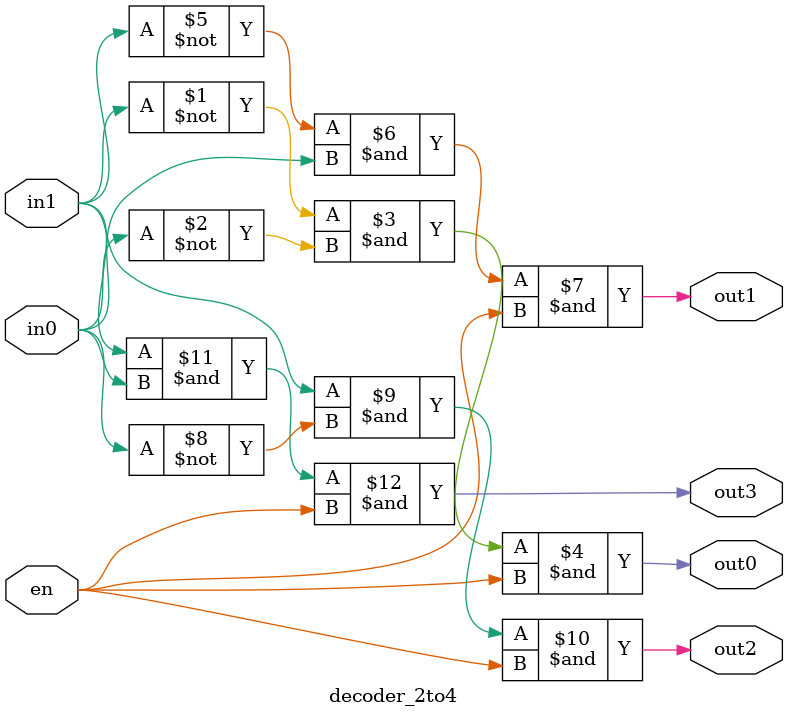
<source format=v>
module decoder_2to4(	// file.cleaned.mlir:2:3
  input  en,	// file.cleaned.mlir:2:30
         in0,	// file.cleaned.mlir:2:43
         in1,	// file.cleaned.mlir:2:57
  output out0,	// file.cleaned.mlir:2:72
         out1,	// file.cleaned.mlir:2:87
         out2,	// file.cleaned.mlir:2:102
         out3	// file.cleaned.mlir:2:117
);

  assign out0 = ~in1 & ~in0 & en;	// file.cleaned.mlir:4:10, :5:10, :6:10, :10:5
  assign out1 = ~in1 & in0 & en;	// file.cleaned.mlir:4:10, :7:10, :10:5
  assign out2 = in1 & ~in0 & en;	// file.cleaned.mlir:5:10, :8:10, :10:5
  assign out3 = in1 & in0 & en;	// file.cleaned.mlir:9:10, :10:5
endmodule


</source>
